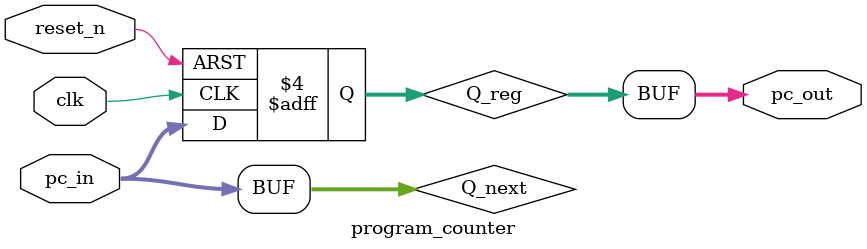
<source format=v>
`timescale 1ns / 1ps


module program_counter(
    input clk, reset_n,
    input [31:0] pc_in,
    output [31:0] pc_out
    );
    reg [31:0] Q_reg, Q_next;
    
    always@(posedge clk, negedge reset_n)begin
        if(~reset_n)
            Q_reg <= 32'b0;
        else
            Q_reg <= Q_next;
    end
    
    always@(*)begin
        Q_next = pc_in;
    end
    
    assign pc_out = Q_reg;
endmodule

</source>
